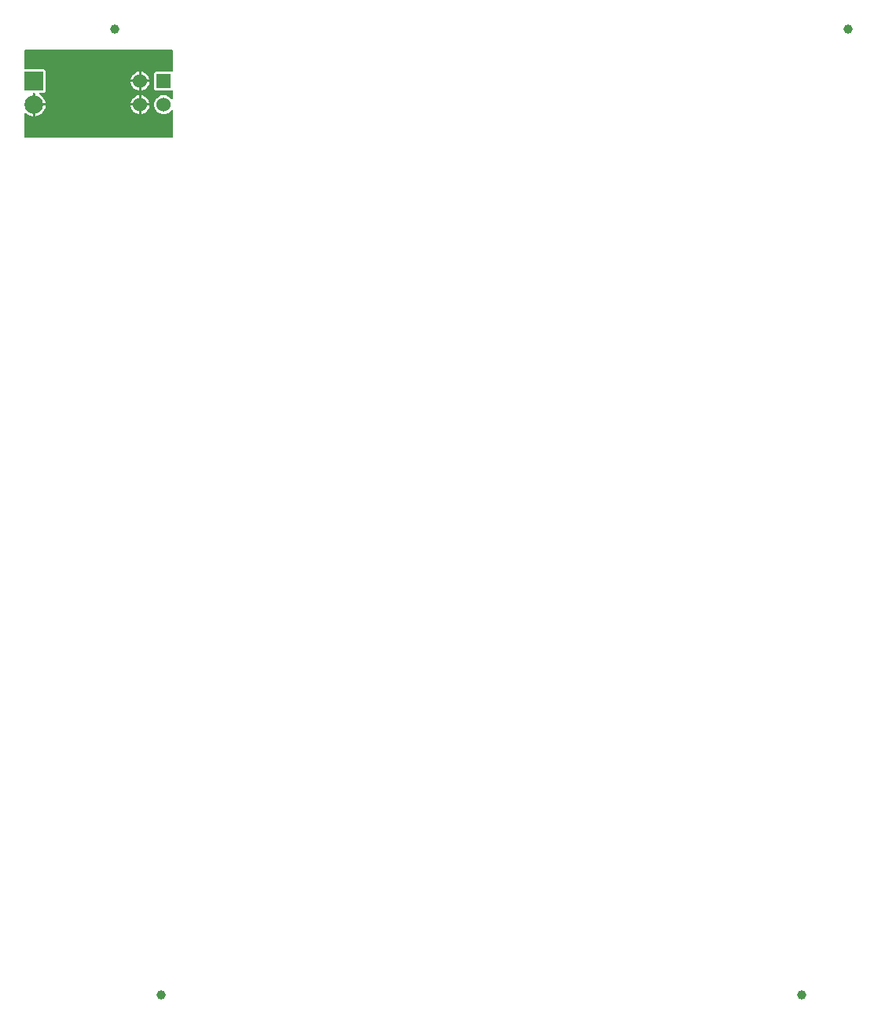
<source format=gbl>
G04 Layer: BottomLayer*
G04 EasyEDA v6.5.29, 2023-07-09 11:22:14*
G04 2a24106116184deab8eff4ddc7d4f531,5a6b42c53f6a479593ecc07194224c93,10*
G04 Gerber Generator version 0.2*
G04 Scale: 100 percent, Rotated: No, Reflected: No *
G04 Dimensions in millimeters *
G04 leading zeros omitted , absolute positions ,4 integer and 5 decimal *
%FSLAX45Y45*%
%MOMM*%

%AMMACRO1*21,1,$1,$2,0,0,$3*%
%ADD10C,1.0000*%
%ADD11MACRO1,2X2X-90.0000*%
%ADD12C,2.0000*%
%ADD13MACRO1,1.524X1.524X-90.0000*%
%ADD14C,1.5240*%

%LPD*%
G36*
X36068Y9038590D02*
G01*
X32156Y9039352D01*
X28905Y9041587D01*
X26670Y9044889D01*
X25908Y9048750D01*
X25908Y9296857D01*
X26670Y9300718D01*
X28905Y9304020D01*
X32156Y9306255D01*
X36068Y9307017D01*
X39979Y9306255D01*
X43535Y9303766D01*
X55473Y9294418D01*
X68478Y9286544D01*
X82346Y9280296D01*
X96875Y9275775D01*
X111810Y9273032D01*
X114300Y9272879D01*
X114300Y9385300D01*
X36068Y9385300D01*
X32156Y9386062D01*
X28905Y9388297D01*
X26670Y9391548D01*
X25908Y9395460D01*
X25908Y9400540D01*
X26670Y9404451D01*
X28905Y9407702D01*
X32156Y9409938D01*
X36068Y9410700D01*
X114300Y9410700D01*
X114300Y9515906D01*
X115062Y9519818D01*
X117297Y9523120D01*
X120548Y9525304D01*
X124460Y9526066D01*
X129539Y9526066D01*
X133451Y9525304D01*
X136702Y9523120D01*
X138938Y9519818D01*
X139700Y9515906D01*
X139700Y9410700D01*
X252120Y9410700D01*
X251967Y9413189D01*
X249224Y9428124D01*
X244703Y9442653D01*
X238455Y9456521D01*
X230581Y9469526D01*
X221234Y9481464D01*
X210464Y9492234D01*
X198526Y9501581D01*
X189179Y9507220D01*
X186029Y9510268D01*
X184404Y9514281D01*
X184658Y9518650D01*
X186690Y9522510D01*
X190195Y9525152D01*
X194462Y9526066D01*
X226415Y9526066D01*
X232765Y9526828D01*
X238201Y9528708D01*
X243128Y9531807D01*
X247192Y9535871D01*
X250291Y9540798D01*
X252171Y9546234D01*
X252933Y9552584D01*
X252933Y9751415D01*
X252171Y9757765D01*
X250291Y9763201D01*
X247192Y9768128D01*
X243128Y9772192D01*
X238201Y9775291D01*
X232765Y9777171D01*
X226415Y9777882D01*
X36068Y9777882D01*
X32156Y9778695D01*
X28905Y9780879D01*
X26670Y9784181D01*
X25908Y9788042D01*
X25908Y9976612D01*
X26670Y9980523D01*
X28905Y9983774D01*
X32156Y9986010D01*
X36068Y9986772D01*
X1613916Y9986772D01*
X1617827Y9986010D01*
X1621129Y9983774D01*
X1623314Y9980523D01*
X1624076Y9976612D01*
X1624076Y9761372D01*
X1623364Y9757562D01*
X1621282Y9754362D01*
X1618132Y9752126D01*
X1614373Y9751212D01*
X1610563Y9751771D01*
X1605940Y9753396D01*
X1599641Y9754108D01*
X1448358Y9754108D01*
X1442059Y9753396D01*
X1436573Y9751466D01*
X1431696Y9748418D01*
X1427581Y9744303D01*
X1424533Y9739426D01*
X1422603Y9733940D01*
X1421892Y9727641D01*
X1421892Y9576358D01*
X1422603Y9570059D01*
X1424533Y9564573D01*
X1427581Y9559696D01*
X1431696Y9555581D01*
X1436573Y9552533D01*
X1442059Y9550603D01*
X1448358Y9549892D01*
X1599641Y9549892D01*
X1605940Y9550603D01*
X1610563Y9552228D01*
X1614373Y9552787D01*
X1618132Y9551873D01*
X1621282Y9549638D01*
X1623364Y9546437D01*
X1624076Y9542627D01*
X1624076Y9465157D01*
X1623263Y9461093D01*
X1620926Y9457740D01*
X1617421Y9455607D01*
X1613357Y9454997D01*
X1609394Y9456064D01*
X1606143Y9458553D01*
X1597406Y9468967D01*
X1587246Y9478111D01*
X1576019Y9485833D01*
X1563878Y9491980D01*
X1550974Y9496450D01*
X1537614Y9499193D01*
X1524000Y9500108D01*
X1510385Y9499193D01*
X1497025Y9496450D01*
X1484122Y9491980D01*
X1471980Y9485833D01*
X1460754Y9478111D01*
X1450594Y9468967D01*
X1441805Y9458553D01*
X1434490Y9447072D01*
X1428750Y9434677D01*
X1424686Y9421672D01*
X1422450Y9408210D01*
X1421993Y9394596D01*
X1423314Y9381032D01*
X1426514Y9367774D01*
X1431391Y9355023D01*
X1437944Y9343085D01*
X1446022Y9332112D01*
X1455521Y9322308D01*
X1466240Y9313824D01*
X1477975Y9306864D01*
X1490522Y9301581D01*
X1503680Y9297974D01*
X1517192Y9296146D01*
X1530807Y9296146D01*
X1544320Y9297974D01*
X1557477Y9301581D01*
X1570024Y9306864D01*
X1581759Y9313824D01*
X1592478Y9322308D01*
X1601978Y9332112D01*
X1605737Y9337243D01*
X1608886Y9340037D01*
X1612900Y9341307D01*
X1617116Y9340850D01*
X1620723Y9338716D01*
X1623212Y9335312D01*
X1624076Y9331198D01*
X1624076Y9048750D01*
X1623314Y9044889D01*
X1621129Y9041587D01*
X1617827Y9039352D01*
X1613916Y9038590D01*
G37*

%LPC*%
G36*
X1257300Y9296958D02*
G01*
X1257300Y9385300D01*
X1168908Y9385300D01*
X1169314Y9381032D01*
X1172514Y9367774D01*
X1177391Y9355023D01*
X1183944Y9343085D01*
X1192022Y9332112D01*
X1201521Y9322308D01*
X1212240Y9313824D01*
X1223975Y9306864D01*
X1236522Y9301581D01*
X1249680Y9297974D01*
G37*
G36*
X1282700Y9296958D02*
G01*
X1290320Y9297974D01*
X1303477Y9301581D01*
X1316024Y9306864D01*
X1327759Y9313824D01*
X1338478Y9322308D01*
X1347978Y9332112D01*
X1356055Y9343085D01*
X1362608Y9355023D01*
X1367485Y9367774D01*
X1370685Y9381032D01*
X1371092Y9385300D01*
X1282700Y9385300D01*
G37*
G36*
X1168857Y9410700D02*
G01*
X1257300Y9410700D01*
X1257300Y9499244D01*
X1243025Y9496450D01*
X1230122Y9491980D01*
X1217980Y9485833D01*
X1206754Y9478111D01*
X1196594Y9468967D01*
X1187805Y9458553D01*
X1180490Y9447072D01*
X1174750Y9434677D01*
X1170686Y9421672D01*
G37*
G36*
X1282700Y9410700D02*
G01*
X1371142Y9410700D01*
X1369314Y9421672D01*
X1365250Y9434677D01*
X1359509Y9447072D01*
X1352194Y9458553D01*
X1343406Y9468967D01*
X1333246Y9478111D01*
X1322019Y9485833D01*
X1309878Y9491980D01*
X1296974Y9496450D01*
X1282700Y9499244D01*
G37*
G36*
X139700Y9272879D02*
G01*
X142189Y9273032D01*
X157124Y9275775D01*
X171653Y9280296D01*
X185521Y9286544D01*
X198526Y9294418D01*
X210464Y9303766D01*
X221234Y9314535D01*
X230581Y9326473D01*
X238455Y9339478D01*
X244703Y9353346D01*
X249224Y9367875D01*
X251967Y9382810D01*
X252120Y9385300D01*
X139700Y9385300D01*
G37*
G36*
X1282700Y9550958D02*
G01*
X1290320Y9551974D01*
X1303477Y9555581D01*
X1316024Y9560864D01*
X1327759Y9567824D01*
X1338478Y9576308D01*
X1347978Y9586112D01*
X1356055Y9597085D01*
X1362608Y9609023D01*
X1367485Y9621774D01*
X1370685Y9635032D01*
X1371092Y9639300D01*
X1282700Y9639300D01*
G37*
G36*
X1257300Y9550958D02*
G01*
X1257300Y9639300D01*
X1168908Y9639300D01*
X1169314Y9635032D01*
X1172514Y9621774D01*
X1177391Y9609023D01*
X1183944Y9597085D01*
X1192022Y9586112D01*
X1201521Y9576308D01*
X1212240Y9567824D01*
X1223975Y9560864D01*
X1236522Y9555581D01*
X1249680Y9551974D01*
G37*
G36*
X1168857Y9664700D02*
G01*
X1257300Y9664700D01*
X1257300Y9753244D01*
X1243025Y9750450D01*
X1230122Y9745980D01*
X1217980Y9739833D01*
X1206754Y9732111D01*
X1196594Y9722967D01*
X1187805Y9712553D01*
X1180490Y9701072D01*
X1174750Y9688677D01*
X1170686Y9675672D01*
G37*
G36*
X1282700Y9664700D02*
G01*
X1371142Y9664700D01*
X1369314Y9675672D01*
X1365250Y9688677D01*
X1359509Y9701072D01*
X1352194Y9712553D01*
X1343406Y9722967D01*
X1333246Y9732111D01*
X1322019Y9739833D01*
X1309878Y9745980D01*
X1296974Y9750450D01*
X1282700Y9753244D01*
G37*

%LPD*%
D10*
G01*
X999997Y10212678D03*
G01*
X8899974Y10212678D03*
G01*
X1499996Y-187268D03*
G01*
X8399975Y-187268D03*
D11*
G01*
X127000Y9652000D03*
D12*
G01*
X127000Y9398000D03*
D13*
G01*
X1524000Y9652000D03*
D14*
G01*
X1270000Y9652000D03*
G01*
X1524000Y9398000D03*
G01*
X1270000Y9398000D03*
M02*

</source>
